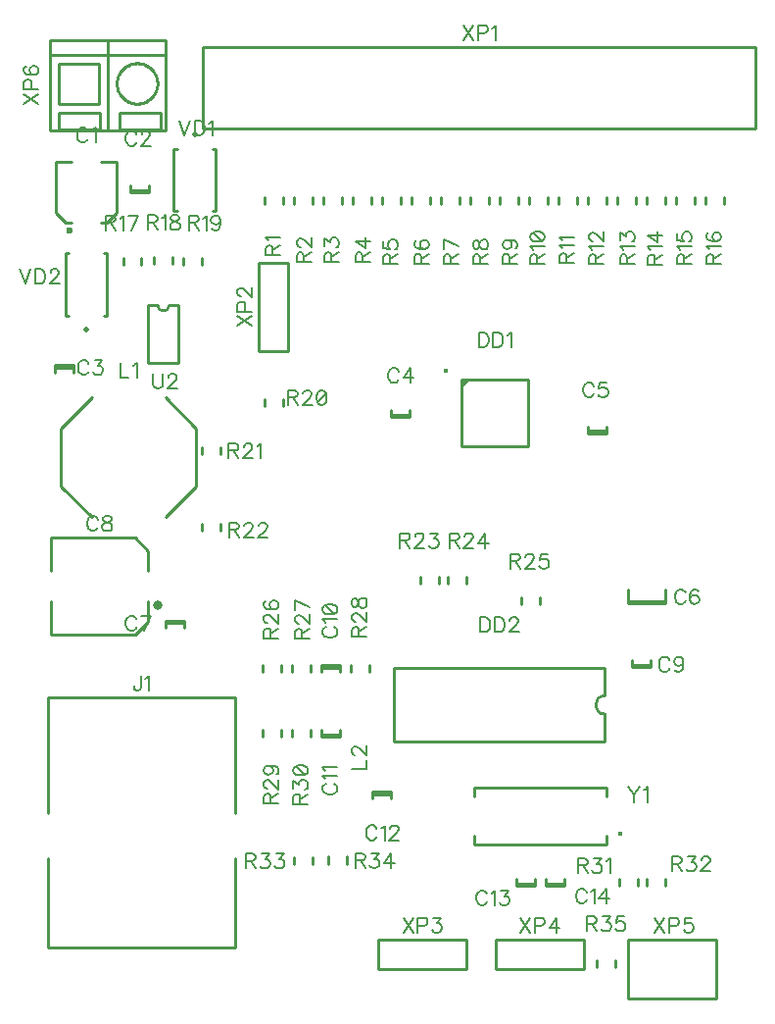
<source format=gbr>
G04 DipTrace 3.0.0.1*
G04 Top Silk.gbr*
%MOMM*%
G04 #@! TF.FileFunction,Legend,Top*
G04 #@! TF.Part,Single*
%ADD10C,0.25*%
%ADD20O,0.59996X0.59972*%
%ADD24O,0.79886X0.79964*%
%ADD26O,0.42016X0.41713*%
%ADD37O,0.50028X0.50008*%
%ADD44O,0.3915X0.39347*%
%ADD97C,0.19608*%
%FSLAX35Y35*%
G04*
G71*
G90*
G75*
G01*
G04 TopSilk*
%LPD*%
X671723Y-1526340D2*
D10*
X811749D1*
X671723D2*
Y-1971329D1*
X756735Y-2056333D2*
X671723Y-1971329D1*
X756735Y-2056333D2*
X811749D1*
X1061697Y-1526340D2*
X1201723D1*
Y-1971329D1*
X1116711Y-2056333D2*
X1201723Y-1971329D1*
X1061697Y-2056333D2*
X1116711D1*
D20*
X791715Y-2121334D3*
X1477117Y-1776157D2*
D10*
X1317277D1*
X1477117Y-1795077D2*
X1317277D1*
X1477117D2*
Y-1735237D1*
X1317277Y-1795077D2*
Y-1735237D1*
X666283Y-3304333D2*
X826123D1*
X666283Y-3285413D2*
X826123D1*
X666283D2*
Y-3345253D1*
X826123Y-3285413D2*
Y-3345253D1*
X3731170Y-3712750D2*
X3571330D1*
X3731170Y-3731670D2*
X3571330D1*
X3731170D2*
Y-3671830D1*
X3571330Y-3731670D2*
Y-3671830D1*
X5429797Y-3852750D2*
X5269957D1*
X5429797Y-3871670D2*
X5269957D1*
X5429797D2*
Y-3811830D1*
X5269957Y-3871670D2*
Y-3811830D1*
X5938640Y-5322999D2*
X5618360D1*
X5938640Y-5342081D2*
X5618360D1*
X5938640D2*
X5938504Y-5221847D1*
X5618360Y-5342081D2*
X5618496Y-5221847D1*
X1618883Y-5511190D2*
X1778723D1*
X1618883Y-5492270D2*
X1778723D1*
X1618883D2*
Y-5552110D1*
X1778723Y-5492270D2*
Y-5552110D1*
X1357845Y-5610770D2*
X633443D1*
X1471951Y-5496775D2*
X1357845Y-5610770D1*
Y-4772570D2*
X633443D1*
X1471951Y-4886565D2*
X1357845Y-4772570D1*
X1471951Y-5321675D2*
Y-5496775D1*
Y-4886565D2*
Y-5061665D1*
X633443Y-5321675D2*
Y-5610770D1*
Y-4772570D2*
Y-5061665D1*
D24*
X1552722Y-5351682D3*
X5810797Y-5871750D2*
D10*
X5650957D1*
X5810797Y-5890670D2*
X5650957D1*
X5810797D2*
Y-5830830D1*
X5650957Y-5890670D2*
Y-5830830D1*
X2968080Y-5894500D2*
X3127920D1*
X2968080Y-5875580D2*
X3127920D1*
X2968080D2*
Y-5935420D1*
X3127920Y-5875580D2*
Y-5935420D1*
Y-6469250D2*
X2968080D1*
X3127920Y-6488170D2*
X2968080D1*
X3127920D2*
Y-6428330D1*
X2968080Y-6488170D2*
Y-6428330D1*
X3412580Y-6987000D2*
X3572420D1*
X3412580Y-6968080D2*
X3572420D1*
X3412580D2*
Y-7027920D1*
X3572420Y-6968080D2*
Y-7027920D1*
X4811167Y-7761703D2*
X4651327D1*
X4811167Y-7780623D2*
X4651327D1*
X4811167D2*
Y-7720783D1*
X4651327Y-7780623D2*
Y-7720783D1*
X5065167Y-7761703D2*
X4905327D1*
X5065167Y-7780623D2*
X4905327D1*
X5065167D2*
Y-7720783D1*
X4905327Y-7780623D2*
Y-7720783D1*
X4178152Y-3408105D2*
X4758094D1*
Y-3988148D1*
X4178152D1*
Y-3408105D1*
D26*
X4046953Y-3329072D3*
G36*
X4178152Y-3408105D2*
Y-3488097D1*
X4258144Y-3408105D1*
X4178152D1*
G37*
X5418452Y-5896752D2*
D10*
X3598548D1*
X5418452Y-6536748D2*
X3598548D1*
Y-5896752D2*
Y-6536748D1*
X5418452Y-5896752D2*
Y-6136722D1*
Y-6296778D2*
Y-6536748D1*
Y-6136722D2*
G03X5418452Y-6296778I134J-80028D01*
G01*
X602930Y-8312487D2*
Y-7541583D1*
Y-7151487D2*
Y-6152487D1*
X2223024D1*
Y-7151487D1*
Y-7541583D2*
Y-8312487D1*
X602930D1*
X716887Y-3828143D2*
Y-4328111D1*
X985870Y-4597121D1*
X1886887Y-3828143D2*
Y-4328111D1*
X716887Y-3828143D2*
X985870Y-3559133D1*
X1886887Y-4328111D2*
X1617904Y-4597121D1*
X1886887Y-3828143D2*
X1617904Y-3559133D1*
X2635797Y-1890170D2*
Y-1830330D1*
X2475957Y-1890170D2*
Y-1830330D1*
X2889797Y-1890170D2*
Y-1830330D1*
X2729957Y-1890170D2*
Y-1830330D1*
X3143797Y-1890170D2*
Y-1830330D1*
X2983957Y-1890170D2*
Y-1830330D1*
X3397797Y-1890170D2*
Y-1830330D1*
X3237957Y-1890170D2*
Y-1830330D1*
X3651797Y-1890170D2*
Y-1830330D1*
X3491957Y-1890170D2*
Y-1830330D1*
X3905797Y-1890170D2*
Y-1830330D1*
X3745957Y-1890170D2*
Y-1830330D1*
X4159797Y-1890170D2*
Y-1830330D1*
X3999957Y-1890170D2*
Y-1830330D1*
X4413797Y-1890170D2*
Y-1830330D1*
X4253957Y-1890170D2*
Y-1830330D1*
X4667797Y-1890170D2*
Y-1830330D1*
X4507957Y-1890170D2*
Y-1830330D1*
X4921797Y-1890170D2*
Y-1830330D1*
X4761957Y-1890170D2*
Y-1830330D1*
X5175793Y-1890170D2*
Y-1830330D1*
X5015953Y-1890170D2*
Y-1830330D1*
X5429797Y-1890170D2*
Y-1830330D1*
X5269957Y-1890170D2*
Y-1830330D1*
X5683797Y-1890170D2*
Y-1830330D1*
X5523957Y-1890170D2*
Y-1830330D1*
X5937797Y-1890170D2*
Y-1830330D1*
X5777957Y-1890170D2*
Y-1830330D1*
X6191797Y-1890170D2*
Y-1830330D1*
X6031957Y-1890170D2*
Y-1830330D1*
X6445797Y-1890170D2*
Y-1830330D1*
X6285957Y-1890170D2*
Y-1830330D1*
X1413617Y-2414310D2*
Y-2354470D1*
X1253777Y-2414310D2*
Y-2354470D1*
X1680613Y-2411433D2*
Y-2351593D1*
X1520773Y-2411433D2*
Y-2351593D1*
X1937490Y-2414310D2*
Y-2354470D1*
X1777650Y-2414310D2*
Y-2354470D1*
X2635793Y-3636420D2*
Y-3576580D1*
X2475953Y-3636420D2*
Y-3576580D1*
X2096047Y-4049170D2*
Y-3989330D1*
X1936207Y-4049170D2*
Y-3989330D1*
X2096047Y-4715920D2*
Y-4656080D1*
X1936207Y-4715920D2*
Y-4656080D1*
X3825330Y-5113580D2*
Y-5173420D1*
X3985170Y-5113580D2*
Y-5173420D1*
X4223293D2*
Y-5113580D1*
X4063453Y-5173420D2*
Y-5113580D1*
X4858293Y-5350920D2*
Y-5291080D1*
X4698453Y-5350920D2*
Y-5291080D1*
X2460080Y-5875580D2*
Y-5935420D1*
X2619920Y-5875580D2*
Y-5935420D1*
X2714080Y-5875580D2*
Y-5935420D1*
X2873920Y-5875580D2*
Y-5935420D1*
X3381920D2*
Y-5875580D1*
X3222080Y-5935420D2*
Y-5875580D1*
X2619920Y-6491047D2*
Y-6431207D1*
X2460080Y-6491047D2*
Y-6431207D1*
X2873920Y-6491047D2*
Y-6431207D1*
X2714080Y-6491047D2*
Y-6431207D1*
X5539830Y-7714207D2*
Y-7774047D1*
X5699670Y-7714207D2*
Y-7774047D1*
X5777957Y-7714207D2*
Y-7774047D1*
X5937797Y-7714207D2*
Y-7774047D1*
X2890090Y-7590103D2*
Y-7530263D1*
X2730250Y-7590103D2*
Y-7530263D1*
X3188857Y-7587213D2*
Y-7527373D1*
X3029017Y-7587213D2*
Y-7527373D1*
X5509740Y-8479197D2*
Y-8419357D1*
X5349900Y-8479197D2*
Y-8419357D1*
X1473622Y-2766542D2*
Y-3266552D1*
X1733658Y-2766542D2*
Y-3266552D1*
X1473622D2*
X1733658D1*
X1553616Y-2766542D2*
X1473622D1*
X1653664D2*
X1733658D1*
X1553616D2*
G03X1653664Y-2766542I50024J23D01*
G01*
X1720429Y-1955657D2*
X1692447D1*
X2026464D2*
X2054447D1*
X1720429Y-1415677D2*
X1692447D1*
Y-1955657D1*
X2026464Y-1415677D2*
X2054447D1*
D37*
X1873447Y-1290657D3*
X2054447Y-1415677D2*
D10*
Y-1955657D1*
X1089741Y-2315166D2*
X1117723D1*
X783706D2*
X755723D1*
X1089741Y-2855146D2*
X1117723D1*
Y-2315166D1*
X783706Y-2855146D2*
X755723D1*
D37*
X936723Y-2980166D3*
X755723Y-2855146D2*
D10*
Y-2315166D1*
X1946273Y-535900D2*
X6721473D1*
Y-1242020D1*
X1946273D1*
Y-535900D1*
X2428873Y-2397123D2*
X2682873D1*
Y-3159123D1*
X2428873D2*
X2682873D1*
X2428873Y-2397123D2*
Y-3159123D1*
X3461180Y-8494003D2*
Y-8240003D1*
X4223180D1*
Y-8494003D2*
Y-8240003D1*
X3461180Y-8494003D2*
X4223180D1*
X4477233D2*
Y-8240003D1*
X5239233D1*
Y-8494003D2*
Y-8240003D1*
X4477233Y-8494003D2*
X5239233D1*
X6382407Y-8748003D2*
X5620407D1*
Y-8240003D1*
X6382407D1*
Y-8748003D1*
X623127Y-482250D2*
X1623127D1*
Y-1257250D1*
X623127D1*
Y-482250D1*
X700527Y-1102482D2*
X1050527D1*
Y-1252522D1*
X700527D1*
Y-1102482D1*
X1225527D2*
X1575527D1*
Y-1252522D1*
X1225527D1*
Y-1102482D1*
X1200527Y-852467D2*
X1200953Y-840260D1*
X1202230Y-828113D1*
X1204351Y-816084D1*
X1207306Y-804232D1*
X1211080Y-792616D1*
X1215656Y-781291D1*
X1221011Y-770312D1*
X1227118Y-759734D1*
X1233949Y-749608D1*
X1241469Y-739983D1*
X1249642Y-730906D1*
X1258429Y-722421D1*
X1267786Y-714570D1*
X1277668Y-707390D1*
X1288027Y-700917D1*
X1298812Y-695183D1*
X1309971Y-690215D1*
X1321449Y-686037D1*
X1333190Y-682671D1*
X1345138Y-680131D1*
X1357234Y-678431D1*
X1369419Y-677579D1*
X1381634D1*
X1393819Y-678431D1*
X1405915Y-680131D1*
X1417863Y-682671D1*
X1429605Y-686037D1*
X1441083Y-690215D1*
X1452242Y-695183D1*
X1463027Y-700917D1*
X1473385Y-707390D1*
X1483267Y-714570D1*
X1492625Y-722421D1*
X1501411Y-730906D1*
X1509584Y-739983D1*
X1517105Y-749608D1*
X1523935Y-759734D1*
X1530042Y-770312D1*
X1535397Y-781291D1*
X1539973Y-792616D1*
X1543747Y-804232D1*
X1546702Y-816084D1*
X1548824Y-828113D1*
X1550100Y-840260D1*
X1550527Y-852467D1*
X1550100Y-864675D1*
X1548824Y-876822D1*
X1546702Y-888851D1*
X1543747Y-900703D1*
X1539973Y-912319D1*
X1535397Y-923644D1*
X1530042Y-934623D1*
X1523935Y-945201D1*
X1517105Y-955327D1*
X1509584Y-964952D1*
X1501411Y-974029D1*
X1492625Y-982514D1*
X1483267Y-990365D1*
X1473385Y-997545D1*
X1463027Y-1004018D1*
X1452242Y-1009752D1*
X1441083Y-1014720D1*
X1429605Y-1018898D1*
X1417863Y-1022264D1*
X1405915Y-1024804D1*
X1393819Y-1026504D1*
X1381634Y-1027356D1*
X1369419D1*
X1357234Y-1026504D1*
X1345138Y-1024804D1*
X1333190Y-1022264D1*
X1321449Y-1018898D1*
X1309971Y-1014720D1*
X1298812Y-1009752D1*
X1288027Y-1004018D1*
X1277668Y-997545D1*
X1267786Y-990365D1*
X1258429Y-982514D1*
X1249642Y-974029D1*
X1241469Y-964952D1*
X1233949Y-955327D1*
X1227118Y-945201D1*
X1221011Y-934623D1*
X1215656Y-923644D1*
X1211080Y-912319D1*
X1207306Y-900703D1*
X1204351Y-888851D1*
X1202230Y-876822D1*
X1200953Y-864675D1*
X1200527Y-852467D1*
X698127Y-682277D2*
X1048127D1*
Y-1032267D1*
X698127D1*
Y-682277D1*
X1123127Y-482250D2*
Y-1257250D1*
X623127Y-607257D2*
X1623127D1*
D44*
X5553725Y-7331737D3*
X5429000Y-7345530D2*
D10*
Y-7420500D1*
X4289000Y-6930500D2*
Y-7005470D1*
X5429000Y-6930500D2*
X4289000D1*
X5429000D2*
Y-7005470D1*
X4289000Y-7345530D2*
Y-7420500D1*
X5429000D2*
X4289000D1*
X947439Y-1263173D2*
D97*
X941402Y-1251100D1*
X929189Y-1238887D1*
X917115Y-1232850D1*
X892829D1*
X880615Y-1238887D1*
X868542Y-1251100D1*
X862365Y-1263173D1*
X856329Y-1281423D1*
Y-1311887D1*
X862365Y-1329996D1*
X868542Y-1342210D1*
X880615Y-1354283D1*
X892829Y-1360460D1*
X917115D1*
X929189Y-1354283D1*
X941402Y-1342210D1*
X947439Y-1329996D1*
X986654Y-1257277D2*
X998868Y-1251100D1*
X1017118Y-1232990D1*
Y-1360460D1*
X1369990Y-1291960D2*
X1363954Y-1279887D1*
X1351740Y-1267673D1*
X1339667Y-1261637D1*
X1315381D1*
X1303167Y-1267673D1*
X1291094Y-1279887D1*
X1284917Y-1291960D1*
X1278881Y-1310210D1*
Y-1340673D1*
X1284917Y-1358783D1*
X1291094Y-1370996D1*
X1303167Y-1383069D1*
X1315381Y-1389246D1*
X1339667D1*
X1351740Y-1383069D1*
X1363954Y-1370996D1*
X1369990Y-1358783D1*
X1415383Y-1292100D2*
Y-1286064D1*
X1421420Y-1273850D1*
X1427456Y-1267814D1*
X1439670Y-1261777D1*
X1463956D1*
X1476029Y-1267814D1*
X1482066Y-1273850D1*
X1488243Y-1286064D1*
Y-1298137D1*
X1482066Y-1310350D1*
X1469993Y-1328460D1*
X1409206Y-1389246D1*
X1494279D1*
X957114Y-3270793D2*
X951077Y-3258720D1*
X938864Y-3246507D1*
X926791Y-3240470D1*
X902504D1*
X890291Y-3246507D1*
X878218Y-3258720D1*
X872041Y-3270793D1*
X866004Y-3289043D1*
Y-3319507D1*
X872041Y-3337616D1*
X878218Y-3349830D1*
X890291Y-3361903D1*
X902504Y-3368080D1*
X926791D1*
X938864Y-3361903D1*
X951077Y-3349830D1*
X957114Y-3337616D1*
X1008543Y-3240610D2*
X1075226D1*
X1038866Y-3289184D1*
X1057116D1*
X1069189Y-3295220D1*
X1075226Y-3301257D1*
X1081403Y-3319507D1*
Y-3331580D1*
X1075226Y-3349830D1*
X1063153Y-3362043D1*
X1044903Y-3368080D1*
X1026653D1*
X1008543Y-3362043D1*
X1002506Y-3355866D1*
X996329Y-3343793D1*
X3636892Y-3339713D2*
X3630856Y-3327640D1*
X3618642Y-3315427D1*
X3606569Y-3309390D1*
X3582283D1*
X3570069Y-3315427D1*
X3557996Y-3327640D1*
X3551819Y-3339713D1*
X3545783Y-3357963D1*
Y-3388427D1*
X3551819Y-3406536D1*
X3557996Y-3418750D1*
X3570069Y-3430823D1*
X3582283Y-3437000D1*
X3606569D1*
X3618642Y-3430823D1*
X3630856Y-3418750D1*
X3636892Y-3406536D1*
X3736894Y-3437000D2*
Y-3309530D1*
X3676108Y-3394463D1*
X3767217D1*
X5322660Y-3463836D2*
X5316624Y-3451763D1*
X5304410Y-3439550D1*
X5292337Y-3433513D1*
X5268051D1*
X5255837Y-3439550D1*
X5243764Y-3451763D1*
X5237587Y-3463836D1*
X5231551Y-3482086D1*
Y-3512550D1*
X5237587Y-3530660D1*
X5243764Y-3542873D1*
X5255837Y-3554946D1*
X5268051Y-3561123D1*
X5292337D1*
X5304410Y-3554946D1*
X5316624Y-3542873D1*
X5322660Y-3530660D1*
X5434736Y-3433654D2*
X5374090D1*
X5368053Y-3488263D1*
X5374090Y-3482227D1*
X5392340Y-3476050D1*
X5410449D1*
X5428699Y-3482227D1*
X5440913Y-3494300D1*
X5446949Y-3512550D1*
Y-3524623D1*
X5440913Y-3542873D1*
X5428699Y-3555086D1*
X5410449Y-3561123D1*
X5392340D1*
X5374090Y-3555086D1*
X5368053Y-3548910D1*
X5361876Y-3536836D1*
X6114286Y-5249006D2*
X6108249Y-5236933D1*
X6096036Y-5224720D1*
X6083962Y-5218683D1*
X6059676D1*
X6047462Y-5224720D1*
X6035389Y-5236933D1*
X6029212Y-5249006D1*
X6023176Y-5267256D1*
Y-5297720D1*
X6029212Y-5315830D1*
X6035389Y-5328043D1*
X6047462Y-5340116D1*
X6059676Y-5346293D1*
X6083962D1*
X6096036Y-5340116D1*
X6108249Y-5328043D1*
X6114286Y-5315830D1*
X6226361Y-5236933D2*
X6220324Y-5224860D1*
X6202074Y-5218824D1*
X6190001D1*
X6171751Y-5224860D1*
X6159538Y-5243110D1*
X6153501Y-5273433D1*
Y-5303756D1*
X6159538Y-5328043D1*
X6171751Y-5340256D1*
X6190001Y-5346293D1*
X6196038D1*
X6214147Y-5340256D1*
X6226361Y-5328043D1*
X6232397Y-5309793D1*
Y-5303756D1*
X6226361Y-5285506D1*
X6214147Y-5273433D1*
X6196038Y-5267397D1*
X6190001D1*
X6171751Y-5273433D1*
X6159538Y-5285506D1*
X6153501Y-5303756D1*
X1369940Y-5477663D2*
X1363904Y-5465590D1*
X1351690Y-5453377D1*
X1339617Y-5447340D1*
X1315331D1*
X1303117Y-5453377D1*
X1291044Y-5465590D1*
X1284867Y-5477663D1*
X1278831Y-5495913D1*
Y-5526377D1*
X1284867Y-5544486D1*
X1291044Y-5556700D1*
X1303117Y-5568773D1*
X1315331Y-5574950D1*
X1339617D1*
X1351690Y-5568773D1*
X1363904Y-5556700D1*
X1369940Y-5544486D1*
X1433443Y-5574950D2*
X1494229Y-5447480D1*
X1409156D1*
X1036177Y-4616906D2*
X1030141Y-4604833D1*
X1017927Y-4592620D1*
X1005854Y-4586583D1*
X981568D1*
X969354Y-4592620D1*
X957281Y-4604833D1*
X951104Y-4616906D1*
X945068Y-4635156D1*
Y-4665620D1*
X951104Y-4683730D1*
X957281Y-4695943D1*
X969354Y-4708016D1*
X981568Y-4714193D1*
X1005854D1*
X1017927Y-4708016D1*
X1030141Y-4695943D1*
X1036177Y-4683730D1*
X1105716Y-4586724D2*
X1087606Y-4592760D1*
X1081430Y-4604833D1*
Y-4617047D1*
X1087606Y-4629120D1*
X1099680Y-4635297D1*
X1123966Y-4641333D1*
X1142216Y-4647370D1*
X1154289Y-4659583D1*
X1160326Y-4671656D1*
Y-4689906D1*
X1154289Y-4701980D1*
X1148253Y-4708156D1*
X1130003Y-4714193D1*
X1105716D1*
X1087606Y-4708156D1*
X1081430Y-4701980D1*
X1075393Y-4689906D1*
Y-4671656D1*
X1081430Y-4659583D1*
X1093643Y-4647370D1*
X1111753Y-4641333D1*
X1136039Y-4635297D1*
X1148253Y-4629120D1*
X1154289Y-4617047D1*
Y-4604833D1*
X1148253Y-4592760D1*
X1130003Y-4586724D1*
X1105716D1*
X5976592Y-5832100D2*
X5970555Y-5820027D1*
X5958342Y-5807813D1*
X5946269Y-5801777D1*
X5921982D1*
X5909769Y-5807813D1*
X5897696Y-5820027D1*
X5891519Y-5832100D1*
X5885482Y-5850350D1*
Y-5880813D1*
X5891519Y-5898923D1*
X5897696Y-5911136D1*
X5909769Y-5923209D1*
X5921982Y-5929386D1*
X5946269D1*
X5958342Y-5923209D1*
X5970555Y-5911136D1*
X5976592Y-5898923D1*
X6094844Y-5844313D2*
X6088667Y-5862563D1*
X6076594Y-5874777D1*
X6058344Y-5880813D1*
X6052308D1*
X6034058Y-5874777D1*
X6021985Y-5862563D1*
X6015808Y-5844313D1*
Y-5838277D1*
X6021985Y-5820027D1*
X6034058Y-5807954D1*
X6052308Y-5801917D1*
X6058344D1*
X6076594Y-5807954D1*
X6088667Y-5820027D1*
X6094844Y-5844313D1*
Y-5874777D1*
X6088667Y-5905100D1*
X6076594Y-5923350D1*
X6058344Y-5929386D1*
X6046271D1*
X6028021Y-5923350D1*
X6021985Y-5911136D1*
X3008710Y-5544179D2*
X2996637Y-5550215D1*
X2984423Y-5562429D1*
X2978387Y-5574502D1*
Y-5598788D1*
X2984423Y-5611002D1*
X2996637Y-5623075D1*
X3008710Y-5629252D1*
X3026960Y-5635288D1*
X3057423D1*
X3075533Y-5629252D1*
X3087746Y-5623075D1*
X3099820Y-5611002D1*
X3105996Y-5598789D1*
Y-5574502D1*
X3099820Y-5562429D1*
X3087746Y-5550216D1*
X3075533Y-5544179D1*
X3002814Y-5504963D2*
X2996637Y-5492750D1*
X2978527Y-5474500D1*
X3105996D1*
X2978527Y-5398784D2*
X2984564Y-5417034D1*
X3002814Y-5429248D1*
X3033137Y-5435284D1*
X3051387D1*
X3081710Y-5429248D1*
X3099960Y-5417034D1*
X3105996Y-5398784D1*
Y-5386711D1*
X3099960Y-5368461D1*
X3081710Y-5356388D1*
X3051387Y-5350211D1*
X3033137D1*
X3002814Y-5356388D1*
X2984564Y-5368461D1*
X2978527Y-5386711D1*
Y-5398784D1*
X3002814Y-5356388D2*
X3081710Y-5429248D1*
X3008710Y-6895124D2*
X2996637Y-6901161D1*
X2984423Y-6913374D1*
X2978387Y-6925447D1*
Y-6949734D1*
X2984423Y-6961947D1*
X2996637Y-6974020D1*
X3008710Y-6980197D1*
X3026960Y-6986234D1*
X3057423D1*
X3075533Y-6980197D1*
X3087746Y-6974020D1*
X3099820Y-6961947D1*
X3105996Y-6949734D1*
Y-6925447D1*
X3099820Y-6913374D1*
X3087746Y-6901161D1*
X3075533Y-6895124D1*
X3002814Y-6855908D2*
X2996637Y-6843695D1*
X2978527Y-6825445D1*
X3105996D1*
X3002814Y-6786229D2*
X2996637Y-6774016D1*
X2978527Y-6755766D1*
X3105996D1*
X3446321Y-7286836D2*
X3440284Y-7274763D1*
X3428071Y-7262550D1*
X3415998Y-7256513D1*
X3391711D1*
X3379498Y-7262550D1*
X3367425Y-7274763D1*
X3361248Y-7286836D1*
X3355211Y-7305086D1*
Y-7335550D1*
X3361248Y-7353660D1*
X3367425Y-7365873D1*
X3379498Y-7377946D1*
X3391711Y-7384123D1*
X3415998D1*
X3428071Y-7377946D1*
X3440284Y-7365873D1*
X3446321Y-7353660D1*
X3485537Y-7280940D2*
X3497750Y-7274763D1*
X3516000Y-7256654D1*
Y-7384123D1*
X3561393Y-7286977D2*
Y-7280940D1*
X3567429Y-7268727D1*
X3573466Y-7262690D1*
X3585679Y-7256654D1*
X3609966D1*
X3622039Y-7262690D1*
X3628075Y-7268727D1*
X3634252Y-7280940D1*
Y-7293013D1*
X3628075Y-7305227D1*
X3616002Y-7323336D1*
X3555216Y-7384123D1*
X3640289D1*
X4399318Y-7849040D2*
X4393281Y-7836967D1*
X4381068Y-7824753D1*
X4368994Y-7818717D1*
X4344708D1*
X4332494Y-7824753D1*
X4320421Y-7836967D1*
X4314244Y-7849040D1*
X4308208Y-7867290D1*
Y-7897753D1*
X4314244Y-7915863D1*
X4320421Y-7928076D1*
X4332494Y-7940149D1*
X4344708Y-7946326D1*
X4368994D1*
X4381068Y-7940149D1*
X4393281Y-7928076D1*
X4399318Y-7915863D1*
X4438533Y-7843144D2*
X4450747Y-7836967D1*
X4468997Y-7818857D1*
Y-7946326D1*
X4520426Y-7818857D2*
X4587109D1*
X4550749Y-7867430D1*
X4568999D1*
X4581072Y-7873467D1*
X4587109Y-7879503D1*
X4593285Y-7897753D1*
Y-7909826D1*
X4587109Y-7928076D1*
X4575035Y-7940290D1*
X4556785Y-7946326D1*
X4538535D1*
X4520426Y-7940290D1*
X4514389Y-7934113D1*
X4508212Y-7922040D1*
X5258946Y-7833163D2*
X5252909Y-7821090D1*
X5240696Y-7808877D1*
X5228623Y-7802840D1*
X5204336D1*
X5192123Y-7808877D1*
X5180050Y-7821090D1*
X5173873Y-7833163D1*
X5167836Y-7851413D1*
Y-7881877D1*
X5173873Y-7899986D1*
X5180050Y-7912200D1*
X5192123Y-7924273D1*
X5204336Y-7930450D1*
X5228623D1*
X5240696Y-7924273D1*
X5252909Y-7912200D1*
X5258946Y-7899986D1*
X5298162Y-7827267D2*
X5310375Y-7821090D1*
X5328625Y-7802980D1*
Y-7930450D1*
X5428627D2*
Y-7802980D1*
X5367841Y-7887913D1*
X5458950D1*
X4328603Y-3002140D2*
Y-3129750D1*
X4371139D1*
X4389389Y-3123573D1*
X4401603Y-3111500D1*
X4407639Y-3099286D1*
X4413676Y-3081177D1*
Y-3050713D1*
X4407639Y-3032463D1*
X4401603Y-3020390D1*
X4389389Y-3008177D1*
X4371139Y-3002140D1*
X4328603D1*
X4452892D2*
Y-3129750D1*
X4495428D1*
X4513678Y-3123573D1*
X4525892Y-3111500D1*
X4531928Y-3099286D1*
X4537965Y-3081177D1*
Y-3050713D1*
X4531928Y-3032463D1*
X4525892Y-3020390D1*
X4513678Y-3008177D1*
X4495428Y-3002140D1*
X4452892D1*
X4577180Y-3026567D2*
X4589394Y-3020390D1*
X4607644Y-3002280D1*
Y-3129750D1*
X4341675Y-5460763D2*
Y-5588373D1*
X4384211D1*
X4402461Y-5582196D1*
X4414675Y-5570123D1*
X4420711Y-5557910D1*
X4426748Y-5539800D1*
Y-5509336D1*
X4420711Y-5491086D1*
X4414675Y-5479013D1*
X4402461Y-5466800D1*
X4384211Y-5460763D1*
X4341675D1*
X4465963D2*
Y-5588373D1*
X4508500D1*
X4526750Y-5582196D1*
X4538963Y-5570123D1*
X4545000Y-5557910D1*
X4551037Y-5539800D1*
Y-5509336D1*
X4545000Y-5491086D1*
X4538963Y-5479013D1*
X4526750Y-5466800D1*
X4508500Y-5460763D1*
X4465963D1*
X4596429Y-5491227D2*
Y-5485190D1*
X4602466Y-5472977D1*
X4608502Y-5466940D1*
X4620716Y-5460904D1*
X4645002D1*
X4657075Y-5466940D1*
X4663112Y-5472977D1*
X4669289Y-5485190D1*
Y-5497263D1*
X4663112Y-5509477D1*
X4651039Y-5527586D1*
X4590252Y-5588373D1*
X4675325D1*
X1408530Y-5966500D2*
Y-6063646D1*
X1402494Y-6081896D1*
X1396317Y-6087933D1*
X1384244Y-6094110D1*
X1372030D1*
X1359957Y-6087933D1*
X1353921Y-6081896D1*
X1347744Y-6063646D1*
Y-6051573D1*
X1447746Y-5990927D2*
X1459960Y-5984750D1*
X1478210Y-5966640D1*
Y-6094110D1*
X1230617Y-3262140D2*
Y-3389750D1*
X1303477D1*
X1342693Y-3286567D2*
X1354906Y-3280390D1*
X1373156Y-3262280D1*
Y-3389750D1*
X3229013Y-6766074D2*
X3356623D1*
Y-6693214D1*
X3259477Y-6647822D2*
X3253440D1*
X3241227Y-6641785D1*
X3235190Y-6635749D1*
X3229154Y-6623535D1*
Y-6599249D1*
X3235190Y-6587176D1*
X3241227Y-6581139D1*
X3253440Y-6574962D1*
X3265514D1*
X3277727Y-6581139D1*
X3295837Y-6593212D1*
X3356623Y-6653999D1*
Y-6568926D1*
X2547050Y-2334502D2*
Y-2279893D1*
X2540873Y-2261643D1*
X2534837Y-2255466D1*
X2522764Y-2249429D1*
X2510550D1*
X2498477Y-2255466D1*
X2492300Y-2261643D1*
X2486263Y-2279893D1*
Y-2334502D1*
X2613873D1*
X2547050Y-2291966D2*
X2613873Y-2249430D1*
X2510690Y-2210214D2*
X2504514Y-2198000D1*
X2486404Y-2179750D1*
X2613873Y-2179751D1*
X2816927Y-2393557D2*
Y-2338948D1*
X2810750Y-2320698D1*
X2804713Y-2314521D1*
X2792640Y-2308484D1*
X2780427D1*
X2768354Y-2314521D1*
X2762177Y-2320698D1*
X2756140Y-2338948D1*
Y-2393557D1*
X2883750D1*
X2816927Y-2351021D2*
X2883750Y-2308484D1*
X2786604Y-2263092D2*
X2780567D1*
X2768354Y-2257055D1*
X2762317Y-2251019D1*
X2756281Y-2238805D1*
Y-2214519D1*
X2762317Y-2202446D1*
X2768354Y-2196409D1*
X2780567Y-2190232D1*
X2792640D1*
X2804854Y-2196409D1*
X2822963Y-2208482D1*
X2883750Y-2269269D1*
Y-2184196D1*
X3055050Y-2393557D2*
Y-2338948D1*
X3048873Y-2320698D1*
X3042837Y-2314521D1*
X3030764Y-2308484D1*
X3018550D1*
X3006477Y-2314521D1*
X3000300Y-2320698D1*
X2994263Y-2338948D1*
Y-2393557D1*
X3121873D1*
X3055050Y-2351021D2*
X3121873Y-2308484D1*
X2994404Y-2257055D2*
Y-2190373D1*
X3042977Y-2226732D1*
Y-2208482D1*
X3049014Y-2196409D1*
X3055050Y-2190373D1*
X3073300Y-2184196D1*
X3085373D1*
X3103623Y-2190373D1*
X3115837Y-2202446D1*
X3121873Y-2220696D1*
Y-2238946D1*
X3115837Y-2257055D1*
X3109660Y-2263092D1*
X3097587Y-2269269D1*
X3324927Y-2396576D2*
Y-2341966D1*
X3318750Y-2323716D1*
X3312713Y-2317539D1*
X3300640Y-2311503D1*
X3288427D1*
X3276354Y-2317539D1*
X3270177Y-2323716D1*
X3264140Y-2341966D1*
Y-2396576D1*
X3391750D1*
X3324927Y-2354039D2*
X3391750Y-2311503D1*
Y-2211501D2*
X3264281Y-2211500D1*
X3349213Y-2272287D1*
Y-2181177D1*
X3563053Y-2409431D2*
Y-2354821D1*
X3556876Y-2336571D1*
X3550840Y-2330394D1*
X3538767Y-2324358D1*
X3526553D1*
X3514480Y-2330394D1*
X3508303Y-2336571D1*
X3502267Y-2354821D1*
Y-2409431D1*
X3629876D1*
X3563053Y-2366894D2*
X3629876Y-2324358D1*
X3502407Y-2212282D2*
Y-2272928D1*
X3557017Y-2278965D1*
X3550980Y-2272929D1*
X3544803Y-2254679D1*
Y-2236569D1*
X3550980Y-2218319D1*
X3563053Y-2206106D1*
X3581303Y-2200069D1*
X3593376D1*
X3611626Y-2206106D1*
X3623840Y-2218319D1*
X3629876Y-2236569D1*
Y-2254679D1*
X3623840Y-2272929D1*
X3617663Y-2278965D1*
X3605590Y-2285142D1*
X3832927Y-2406342D2*
Y-2351733D1*
X3826750Y-2333483D1*
X3820713Y-2327306D1*
X3808640Y-2321269D1*
X3796427D1*
X3784354Y-2327306D1*
X3778177Y-2333483D1*
X3772140Y-2351733D1*
Y-2406342D1*
X3899750D1*
X3832927Y-2363806D2*
X3899750Y-2321269D1*
X3790390Y-2209194D2*
X3778317Y-2215230D1*
X3772281Y-2233480D1*
Y-2245554D1*
X3778317Y-2263803D1*
X3796567Y-2276017D1*
X3826890Y-2282054D1*
X3857213D1*
X3881500Y-2276017D1*
X3893713Y-2263804D1*
X3899750Y-2245554D1*
Y-2239517D1*
X3893713Y-2221408D1*
X3881500Y-2209194D1*
X3863250Y-2203157D1*
X3857213D1*
X3838963Y-2209194D1*
X3826890Y-2221407D1*
X3820854Y-2239517D1*
Y-2245554D1*
X3826890Y-2263804D1*
X3838963Y-2276017D1*
X3857213Y-2282054D1*
X4086927Y-2409431D2*
Y-2354821D1*
X4080750Y-2336571D1*
X4074713Y-2330394D1*
X4062640Y-2324358D1*
X4050427D1*
X4038354Y-2330394D1*
X4032177Y-2336571D1*
X4026140Y-2354821D1*
Y-2409431D1*
X4153750D1*
X4086927Y-2366894D2*
X4153750Y-2324358D1*
Y-2260856D2*
X4026281Y-2200069D1*
Y-2285142D1*
X4340927Y-2409360D2*
Y-2354751D1*
X4334750Y-2336501D1*
X4328713Y-2330324D1*
X4316640Y-2324287D1*
X4304427D1*
X4292354Y-2330324D1*
X4286177Y-2336501D1*
X4280140Y-2354751D1*
Y-2409360D1*
X4407750D1*
X4340927Y-2366824D2*
X4407750Y-2324288D1*
X4280281Y-2254749D2*
X4286317Y-2272858D1*
X4298390Y-2279035D1*
X4310604D1*
X4322677Y-2272858D1*
X4328854Y-2260785D1*
X4334890Y-2236499D1*
X4340927Y-2218249D1*
X4353140Y-2206176D1*
X4365213Y-2200139D1*
X4383463D1*
X4395536Y-2206176D1*
X4401713Y-2212212D1*
X4407750Y-2230462D1*
Y-2254749D1*
X4401713Y-2272858D1*
X4395536Y-2279035D1*
X4383463Y-2285072D1*
X4365213D1*
X4353140Y-2279035D1*
X4340927Y-2266822D1*
X4334890Y-2248712D1*
X4328854Y-2224426D1*
X4322677Y-2212212D1*
X4310604Y-2206176D1*
X4298390D1*
X4286317Y-2212212D1*
X4280281Y-2230462D1*
Y-2254749D1*
X4594927Y-2406412D2*
Y-2351803D1*
X4588750Y-2333553D1*
X4582713Y-2327376D1*
X4570640Y-2321339D1*
X4558427D1*
X4546354Y-2327376D1*
X4540177Y-2333553D1*
X4534140Y-2351803D1*
Y-2406412D1*
X4661750D1*
X4594927Y-2363876D2*
X4661750Y-2321339D1*
X4576677Y-2203087D2*
X4594927Y-2209264D1*
X4607140Y-2221337D1*
X4613177Y-2239587D1*
Y-2245624D1*
X4607140Y-2263874D1*
X4594927Y-2275947D1*
X4576677Y-2282124D1*
X4570640D1*
X4552390Y-2275947D1*
X4540317Y-2263874D1*
X4534281Y-2245624D1*
Y-2239587D1*
X4540317Y-2221337D1*
X4552390Y-2209264D1*
X4576677Y-2203087D1*
X4607140D1*
X4637463Y-2209264D1*
X4655713Y-2221337D1*
X4661750Y-2239587D1*
Y-2251660D1*
X4655713Y-2269910D1*
X4643500Y-2275947D1*
X4833053Y-2412520D2*
Y-2357911D1*
X4826876Y-2339661D1*
X4820840Y-2333484D1*
X4808767Y-2327447D1*
X4796553D1*
X4784480Y-2333484D1*
X4778303Y-2339661D1*
X4772267Y-2357911D1*
Y-2412520D1*
X4899876D1*
X4833053Y-2369984D2*
X4899876Y-2327447D1*
X4796694Y-2288232D2*
X4790517Y-2276018D1*
X4772407Y-2257768D1*
X4899876D1*
X4772407Y-2182052D2*
X4778444Y-2200302D1*
X4796694Y-2212516D1*
X4827017Y-2218552D1*
X4845267Y-2218553D1*
X4875590Y-2212516D1*
X4893840Y-2200303D1*
X4899876Y-2182053D1*
Y-2169979D1*
X4893840Y-2151729D1*
X4875590Y-2139656D1*
X4845267Y-2133479D1*
X4827017D1*
X4796694Y-2139656D1*
X4778444Y-2151729D1*
X4772407Y-2169979D1*
Y-2182052D1*
X4796694Y-2139656D2*
X4875590Y-2212516D1*
X5087070Y-2401135D2*
Y-2346526D1*
X5080893Y-2328276D1*
X5074857Y-2322099D1*
X5062784Y-2316062D1*
X5050570D1*
X5038497Y-2322099D1*
X5032320Y-2328276D1*
X5026283Y-2346526D1*
Y-2401135D1*
X5153893D1*
X5087070Y-2358599D2*
X5153893Y-2316063D1*
X5050710Y-2276847D2*
X5044534Y-2264633D1*
X5026424Y-2246383D1*
X5153893D1*
X5050710Y-2207168D2*
X5044534Y-2194954D1*
X5026424Y-2176704D1*
X5153893D1*
X5341073Y-2412563D2*
Y-2357954D1*
X5334896Y-2339704D1*
X5328860Y-2333527D1*
X5316787Y-2327491D1*
X5304573Y-2327490D1*
X5292500Y-2333527D1*
X5286323Y-2339704D1*
X5280287Y-2357954D1*
Y-2412563D1*
X5407896D1*
X5341073Y-2370027D2*
X5407896Y-2327491D1*
X5304714Y-2288275D2*
X5298537Y-2276061D1*
X5280427Y-2257811D1*
X5407896Y-2257812D1*
X5310750Y-2212419D2*
X5304714D1*
X5292500Y-2206382D1*
X5286464Y-2200346D1*
X5280427Y-2188132D1*
Y-2163846D1*
X5286464Y-2151773D1*
X5292500Y-2145736D1*
X5304714Y-2139559D1*
X5316787D1*
X5329000Y-2145736D1*
X5347110Y-2157809D1*
X5407896Y-2218596D1*
Y-2133523D1*
X5610950Y-2412563D2*
Y-2357954D1*
X5604773Y-2339704D1*
X5598737Y-2333527D1*
X5586664Y-2327491D1*
X5574450Y-2327490D1*
X5562377Y-2333527D1*
X5556200Y-2339704D1*
X5550163Y-2357954D1*
Y-2412563D1*
X5677773D1*
X5610950Y-2370027D2*
X5677773Y-2327491D1*
X5574590Y-2288275D2*
X5568414Y-2276061D1*
X5550304Y-2257811D1*
X5677773Y-2257812D1*
X5550304Y-2206382D2*
Y-2139700D1*
X5598877Y-2176059D1*
Y-2157809D1*
X5604914Y-2145736D1*
X5610950Y-2139700D1*
X5629200Y-2133523D1*
X5641273D1*
X5659523Y-2139700D1*
X5671737Y-2151773D1*
X5677773Y-2170023D1*
Y-2188273D1*
X5671737Y-2206382D1*
X5665560Y-2212419D1*
X5653487Y-2218596D1*
X5849073Y-2415582D2*
Y-2360972D1*
X5842896Y-2342722D1*
X5836860Y-2336545D1*
X5824787Y-2330509D1*
X5812573D1*
X5800500Y-2336545D1*
X5794323Y-2342722D1*
X5788287Y-2360972D1*
Y-2415582D1*
X5915896D1*
X5849073Y-2373045D2*
X5915896Y-2330509D1*
X5812714Y-2291293D2*
X5806537Y-2279080D1*
X5788427Y-2260830D1*
X5915896D1*
Y-2160828D2*
X5788427D1*
X5873360Y-2221614D1*
Y-2130505D1*
X6103073Y-2412563D2*
Y-2357954D1*
X6096896Y-2339704D1*
X6090860Y-2333527D1*
X6078787Y-2327491D1*
X6066573Y-2327490D1*
X6054500Y-2333527D1*
X6048323Y-2339704D1*
X6042287Y-2357954D1*
Y-2412563D1*
X6169896D1*
X6103073Y-2370027D2*
X6169896Y-2327491D1*
X6066714Y-2288275D2*
X6060537Y-2276061D1*
X6042427Y-2257811D1*
X6169896Y-2257812D1*
X6042427Y-2145736D2*
Y-2206382D1*
X6097037Y-2212419D1*
X6091000Y-2206382D1*
X6084823Y-2188132D1*
Y-2170023D1*
X6091000Y-2151773D1*
X6103073Y-2139559D1*
X6121323Y-2133523D1*
X6133396D1*
X6151646Y-2139559D1*
X6163860Y-2151773D1*
X6169896Y-2170023D1*
Y-2188132D1*
X6163860Y-2206382D1*
X6157683Y-2212419D1*
X6145610Y-2218596D1*
X6357073Y-2409475D2*
Y-2354865D1*
X6350896Y-2336616D1*
X6344860Y-2330439D1*
X6332787Y-2324402D1*
X6320573D1*
X6308500Y-2330439D1*
X6302323Y-2336615D1*
X6296287Y-2354865D1*
Y-2409475D1*
X6423896D1*
X6357073Y-2366939D2*
X6423896Y-2324402D1*
X6320714Y-2285186D2*
X6314537Y-2272973D1*
X6296427Y-2254723D1*
X6423896D1*
X6314537Y-2142648D2*
X6302464Y-2148684D1*
X6296427Y-2166934D1*
Y-2179007D1*
X6302464Y-2197257D1*
X6320714Y-2209471D1*
X6351037Y-2215507D1*
X6381360D1*
X6405646Y-2209471D1*
X6417860Y-2197257D1*
X6423896Y-2179007D1*
Y-2172971D1*
X6417860Y-2154861D1*
X6405646Y-2142648D1*
X6387396Y-2136611D1*
X6381360D1*
X6363110Y-2142648D1*
X6351037Y-2154861D1*
X6345000Y-2172971D1*
Y-2179007D1*
X6351037Y-2197257D1*
X6363110Y-2209471D1*
X6381360Y-2215507D1*
X1104176Y-2052793D2*
X1158786D1*
X1177036Y-2046616D1*
X1183213Y-2040580D1*
X1189249Y-2028507D1*
Y-2016293D1*
X1183213Y-2004220D1*
X1177036Y-1998043D1*
X1158786Y-1992007D1*
X1104176D1*
Y-2119616D1*
X1146713Y-2052793D2*
X1189249Y-2119616D1*
X1228465Y-2016434D2*
X1240678Y-2010257D1*
X1258928Y-1992147D1*
Y-2119616D1*
X1322431D2*
X1383217Y-1992147D1*
X1298144D1*
X1466503Y-2049917D2*
X1521113D1*
X1539363Y-2043740D1*
X1545540Y-2037703D1*
X1551576Y-2025630D1*
Y-2013417D1*
X1545540Y-2001344D1*
X1539363Y-1995167D1*
X1521113Y-1989130D1*
X1466503D1*
Y-2116740D1*
X1509040Y-2049917D2*
X1551576Y-2116740D1*
X1590792Y-2013557D2*
X1603005Y-2007380D1*
X1621255Y-1989270D1*
Y-2116740D1*
X1690794Y-1989270D2*
X1672684Y-1995307D1*
X1666507Y-2007380D1*
Y-2019594D1*
X1672684Y-2031667D1*
X1684757Y-2037844D1*
X1709044Y-2043880D1*
X1727294Y-2049917D1*
X1739367Y-2062130D1*
X1745404Y-2074203D1*
Y-2092453D1*
X1739367Y-2104526D1*
X1733331Y-2110703D1*
X1715081Y-2116740D1*
X1690794D1*
X1672684Y-2110703D1*
X1666507Y-2104526D1*
X1660471Y-2092453D1*
Y-2074203D1*
X1666507Y-2062130D1*
X1678721Y-2049917D1*
X1696831Y-2043880D1*
X1721117Y-2037844D1*
X1733331Y-2031667D1*
X1739367Y-2019594D1*
Y-2007380D1*
X1733331Y-1995307D1*
X1715081Y-1989270D1*
X1690794D1*
X1821588Y-2052793D2*
X1876197D1*
X1894447Y-2046616D1*
X1900624Y-2040580D1*
X1906661Y-2028507D1*
Y-2016293D1*
X1900624Y-2004220D1*
X1894447Y-1998043D1*
X1876197Y-1992007D1*
X1821588D1*
Y-2119616D1*
X1864124Y-2052793D2*
X1906661Y-2119616D1*
X1945877Y-2016434D2*
X1958090Y-2010257D1*
X1976340Y-1992147D1*
Y-2119616D1*
X2094592Y-2034543D2*
X2088415Y-2052793D1*
X2076342Y-2065007D1*
X2058092Y-2071043D1*
X2052056D1*
X2033806Y-2065007D1*
X2021733Y-2052793D1*
X2015556Y-2034543D1*
Y-2028507D1*
X2021733Y-2010257D1*
X2033806Y-1998184D1*
X2052056Y-1992147D1*
X2058092D1*
X2076342Y-1998184D1*
X2088415Y-2010257D1*
X2094592Y-2034543D1*
Y-2065007D1*
X2088415Y-2095330D1*
X2076342Y-2113580D1*
X2058092Y-2119616D1*
X2046019D1*
X2027769Y-2113580D1*
X2021733Y-2101366D1*
X2680048Y-3560673D2*
X2734658D1*
X2752908Y-3554496D1*
X2759085Y-3548460D1*
X2765121Y-3536387D1*
Y-3524173D1*
X2759085Y-3512100D1*
X2752908Y-3505923D1*
X2734658Y-3499887D1*
X2680048D1*
Y-3627496D1*
X2722585Y-3560673D2*
X2765121Y-3627496D1*
X2810514Y-3530350D2*
Y-3524314D1*
X2816550Y-3512100D1*
X2822587Y-3506064D1*
X2834800Y-3500027D1*
X2859087D1*
X2871160Y-3506064D1*
X2877196Y-3512100D1*
X2883373Y-3524314D1*
Y-3536387D1*
X2877196Y-3548600D1*
X2865123Y-3566710D1*
X2804337Y-3627496D1*
X2889410D1*
X2965126Y-3500027D2*
X2946876Y-3506064D1*
X2934662Y-3524314D1*
X2928626Y-3554637D1*
Y-3572887D1*
X2934662Y-3603210D1*
X2946876Y-3621460D1*
X2965126Y-3627496D1*
X2977199D1*
X2995449Y-3621460D1*
X3007522Y-3603210D1*
X3013699Y-3572887D1*
Y-3554637D1*
X3007522Y-3524314D1*
X2995449Y-3506064D1*
X2977199Y-3500027D1*
X2965126D1*
X3007522Y-3524314D2*
X2934662Y-3603210D1*
X2167650Y-4021063D2*
X2222259D1*
X2240509Y-4014886D1*
X2246686Y-4008850D1*
X2252723Y-3996777D1*
Y-3984563D1*
X2246686Y-3972490D1*
X2240509Y-3966313D1*
X2222259Y-3960277D1*
X2167650D1*
Y-4087886D1*
X2210186Y-4021063D2*
X2252723Y-4087886D1*
X2298115Y-3990740D2*
Y-3984704D1*
X2304152Y-3972490D1*
X2310188Y-3966454D1*
X2322402Y-3960417D1*
X2346688D1*
X2358761Y-3966454D1*
X2364798Y-3972490D1*
X2370975Y-3984704D1*
Y-3996777D1*
X2364798Y-4008990D1*
X2352725Y-4027100D1*
X2291938Y-4087886D1*
X2377011D1*
X2416227Y-3984704D2*
X2428440Y-3978527D1*
X2446690Y-3960417D1*
Y-4087886D1*
X2172095Y-4703690D2*
X2226704D1*
X2244954Y-4697513D1*
X2251131Y-4691476D1*
X2257168Y-4679403D1*
Y-4667190D1*
X2251131Y-4655117D1*
X2244954Y-4648940D1*
X2226704Y-4642903D1*
X2172095D1*
Y-4770513D1*
X2214631Y-4703690D2*
X2257168Y-4770513D1*
X2302560Y-4673367D2*
Y-4667330D1*
X2308597Y-4655117D1*
X2314633Y-4649080D1*
X2326847Y-4643044D1*
X2351133D1*
X2363207Y-4649080D1*
X2369243Y-4655117D1*
X2375420Y-4667330D1*
Y-4679403D1*
X2369243Y-4691617D1*
X2357170Y-4709726D1*
X2296383Y-4770513D1*
X2381457D1*
X2426849Y-4673367D2*
Y-4667330D1*
X2432886Y-4655117D1*
X2438922Y-4649080D1*
X2451136Y-4643044D1*
X2475422D1*
X2487495Y-4649080D1*
X2493532Y-4655117D1*
X2499709Y-4667330D1*
Y-4679403D1*
X2493532Y-4691617D1*
X2481459Y-4709726D1*
X2420672Y-4770513D1*
X2505745D1*
X3648425Y-4796050D2*
X3703034D1*
X3721284Y-4789873D1*
X3727461Y-4783836D1*
X3733498Y-4771763D1*
Y-4759550D1*
X3727461Y-4747477D1*
X3721284Y-4741300D1*
X3703034Y-4735263D1*
X3648425D1*
Y-4862873D1*
X3690961Y-4796050D2*
X3733498Y-4862873D1*
X3778890Y-4765727D2*
Y-4759690D1*
X3784927Y-4747477D1*
X3790963Y-4741440D1*
X3803177Y-4735404D1*
X3827463D1*
X3839537Y-4741440D1*
X3845573Y-4747477D1*
X3851750Y-4759690D1*
Y-4771763D1*
X3845573Y-4783977D1*
X3833500Y-4802086D1*
X3772713Y-4862873D1*
X3857787D1*
X3909216Y-4735404D2*
X3975898D1*
X3939539Y-4783977D1*
X3957789D1*
X3969862Y-4790013D1*
X3975898Y-4796050D1*
X3982075Y-4814300D1*
Y-4826373D1*
X3975898Y-4844623D1*
X3963825Y-4856836D1*
X3945575Y-4862873D1*
X3927325D1*
X3909216Y-4856836D1*
X3903179Y-4850660D1*
X3897002Y-4838586D1*
X4074033Y-4796050D2*
X4128643D1*
X4146893Y-4789873D1*
X4153070Y-4783836D1*
X4159106Y-4771763D1*
Y-4759550D1*
X4153070Y-4747477D1*
X4146893Y-4741300D1*
X4128643Y-4735263D1*
X4074033D1*
Y-4862873D1*
X4116570Y-4796050D2*
X4159106Y-4862873D1*
X4204499Y-4765727D2*
Y-4759690D1*
X4210535Y-4747477D1*
X4216572Y-4741440D1*
X4228785Y-4735404D1*
X4253072D1*
X4265145Y-4741440D1*
X4271181Y-4747477D1*
X4277358Y-4759690D1*
Y-4771763D1*
X4271181Y-4783977D1*
X4259108Y-4802086D1*
X4198322Y-4862873D1*
X4283395D1*
X4383397D2*
Y-4735404D1*
X4322611Y-4820336D1*
X4413720D1*
X4600965Y-4973567D2*
X4655574D1*
X4673824Y-4967390D1*
X4680001Y-4961353D1*
X4686038Y-4949280D1*
Y-4937067D1*
X4680001Y-4924994D1*
X4673824Y-4918817D1*
X4655574Y-4912780D1*
X4600965D1*
Y-5040390D1*
X4643501Y-4973567D2*
X4686038Y-5040390D1*
X4731430Y-4943244D2*
Y-4937207D1*
X4737467Y-4924994D1*
X4743503Y-4918957D1*
X4755717Y-4912920D1*
X4780003D1*
X4792077Y-4918957D1*
X4798113Y-4924994D1*
X4804290Y-4937207D1*
Y-4949280D1*
X4798113Y-4961494D1*
X4786040Y-4979603D1*
X4725253Y-5040390D1*
X4810327D1*
X4922402Y-4912920D2*
X4861756D1*
X4855719Y-4967530D1*
X4861756Y-4961494D1*
X4880006Y-4955317D1*
X4898115D1*
X4916365Y-4961494D1*
X4928579Y-4973567D1*
X4934615Y-4991817D1*
Y-5003890D1*
X4928579Y-5022140D1*
X4916365Y-5034353D1*
X4898115Y-5040390D1*
X4880006D1*
X4861756Y-5034353D1*
X4855719Y-5028176D1*
X4849542Y-5016103D1*
X2531173Y-5640613D2*
Y-5586004D1*
X2524996Y-5567754D1*
X2518960Y-5561577D1*
X2506887Y-5555540D1*
X2494673D1*
X2482600Y-5561577D1*
X2476423Y-5567754D1*
X2470387Y-5586004D1*
Y-5640613D1*
X2597996D1*
X2531173Y-5598077D2*
X2597996Y-5555540D1*
X2500850Y-5510148D2*
X2494814D1*
X2482600Y-5504111D1*
X2476564Y-5498075D1*
X2470527Y-5485861D1*
Y-5461575D1*
X2476564Y-5449502D1*
X2482600Y-5443465D1*
X2494814Y-5437288D1*
X2506887D1*
X2519100Y-5443465D1*
X2537210Y-5455538D1*
X2597996Y-5516325D1*
Y-5431252D1*
X2488637Y-5319176D2*
X2476564Y-5325213D1*
X2470527Y-5343463D1*
Y-5355536D1*
X2476564Y-5373786D1*
X2494814Y-5385999D1*
X2525137Y-5392036D1*
X2555460D1*
X2579746Y-5385999D1*
X2591960Y-5373786D1*
X2597996Y-5355536D1*
Y-5349499D1*
X2591960Y-5331390D1*
X2579746Y-5319176D1*
X2561496Y-5313140D1*
X2555460D1*
X2537210Y-5319176D1*
X2525137Y-5331390D1*
X2519100Y-5349499D1*
Y-5355536D1*
X2525137Y-5373786D1*
X2537210Y-5385999D1*
X2555460Y-5392036D1*
X2801050Y-5643702D2*
Y-5589092D1*
X2794873Y-5570842D1*
X2788837Y-5564665D1*
X2776764Y-5558629D1*
X2764550D1*
X2752477Y-5564665D1*
X2746300Y-5570842D1*
X2740263Y-5589092D1*
Y-5643702D1*
X2867873D1*
X2801050Y-5601165D2*
X2867873Y-5558629D1*
X2770727Y-5513236D2*
X2764690D1*
X2752477Y-5507200D1*
X2746440Y-5501163D1*
X2740404Y-5488950D1*
Y-5464663D1*
X2746440Y-5452590D1*
X2752477Y-5446553D1*
X2764690Y-5440377D1*
X2776764D1*
X2788977Y-5446553D1*
X2807087Y-5458627D1*
X2867873Y-5519413D1*
Y-5434340D1*
Y-5370838D2*
X2740404Y-5310051D1*
Y-5395124D1*
X3293173Y-5627755D2*
Y-5573145D1*
X3286996Y-5554895D1*
X3280960Y-5548718D1*
X3268887Y-5542682D1*
X3256673D1*
X3244600Y-5548718D1*
X3238423Y-5554895D1*
X3232387Y-5573145D1*
Y-5627755D1*
X3359996D1*
X3293173Y-5585218D2*
X3359996Y-5542682D1*
X3262850Y-5497289D2*
X3256814D1*
X3244600Y-5491253D1*
X3238564Y-5485216D1*
X3232527Y-5473003D1*
Y-5448716D1*
X3238564Y-5436643D1*
X3244600Y-5430607D1*
X3256814Y-5424430D1*
X3268887D1*
X3281100Y-5430607D1*
X3299210Y-5442680D1*
X3359996Y-5503466D1*
Y-5418393D1*
X3232527Y-5348854D2*
X3238564Y-5366964D1*
X3250637Y-5373141D1*
X3262850D1*
X3274923Y-5366964D1*
X3281100Y-5354891D1*
X3287137Y-5330604D1*
X3293173Y-5312354D1*
X3305387Y-5300281D1*
X3317460Y-5294245D1*
X3335710D1*
X3347783Y-5300281D1*
X3353960Y-5306318D1*
X3359996Y-5324568D1*
Y-5348854D1*
X3353960Y-5366964D1*
X3347783Y-5373141D1*
X3335710Y-5379178D1*
X3317460D1*
X3305387Y-5373141D1*
X3293173Y-5360928D1*
X3287137Y-5342818D1*
X3281100Y-5318531D1*
X3274923Y-5306318D1*
X3262850Y-5300281D1*
X3250637D1*
X3238564Y-5306318D1*
X3232527Y-5324568D1*
Y-5348854D1*
X2531177Y-7069433D2*
Y-7014824D1*
X2525000Y-6996574D1*
X2518963Y-6990397D1*
X2506890Y-6984360D1*
X2494677D1*
X2482604Y-6990397D1*
X2476427Y-6996574D1*
X2470390Y-7014824D1*
Y-7069433D1*
X2598000D1*
X2531177Y-7026897D2*
X2598000Y-6984361D1*
X2500854Y-6938968D2*
X2494817D1*
X2482604Y-6932931D1*
X2476567Y-6926895D1*
X2470531Y-6914681D1*
Y-6890395D1*
X2476567Y-6878322D1*
X2482604Y-6872285D1*
X2494817Y-6866108D1*
X2506890D1*
X2519104Y-6872285D1*
X2537213Y-6884358D1*
X2598000Y-6945145D1*
Y-6860072D1*
X2512927Y-6741820D2*
X2531177Y-6747997D1*
X2543390Y-6760070D1*
X2549427Y-6778320D1*
Y-6784356D1*
X2543390Y-6802606D1*
X2531177Y-6814679D1*
X2512927Y-6820856D1*
X2506890D1*
X2488640Y-6814679D1*
X2476567Y-6802606D1*
X2470531Y-6784356D1*
Y-6778320D1*
X2476567Y-6760070D1*
X2488640Y-6747996D1*
X2512927Y-6741820D1*
X2543390D1*
X2573713Y-6747997D1*
X2591963Y-6760070D1*
X2598000Y-6778320D1*
Y-6790393D1*
X2591963Y-6808643D1*
X2579750Y-6814679D1*
X2785177Y-7072452D2*
Y-7017842D1*
X2779000Y-6999592D1*
X2772963Y-6993415D1*
X2760890Y-6987379D1*
X2748677D1*
X2736604Y-6993415D1*
X2730427Y-6999592D1*
X2724390Y-7017842D1*
Y-7072452D1*
X2852000D1*
X2785177Y-7029915D2*
X2852000Y-6987379D1*
X2724531Y-6935950D2*
Y-6869267D1*
X2773104Y-6905627D1*
Y-6887377D1*
X2779140Y-6875303D1*
X2785177Y-6869267D1*
X2803427Y-6863090D1*
X2815500D1*
X2833750Y-6869267D1*
X2845963Y-6881340D1*
X2852000Y-6899590D1*
Y-6917840D1*
X2845963Y-6935950D1*
X2839786Y-6941986D1*
X2827713Y-6948163D1*
X2724531Y-6787374D2*
X2730567Y-6805624D1*
X2748817Y-6817838D1*
X2779140Y-6823874D1*
X2797390D1*
X2827713Y-6817838D1*
X2845963Y-6805624D1*
X2852000Y-6787374D1*
Y-6775301D1*
X2845963Y-6757051D1*
X2827713Y-6744978D1*
X2797390Y-6738801D1*
X2779140D1*
X2748817Y-6744978D1*
X2730567Y-6757051D1*
X2724531Y-6775301D1*
Y-6787374D1*
X2748817Y-6744978D2*
X2827713Y-6817838D1*
X5183833Y-7603077D2*
X5238442D1*
X5256692Y-7596900D1*
X5262869Y-7590863D1*
X5268906Y-7578790D1*
Y-7566577D1*
X5262869Y-7554504D1*
X5256692Y-7548327D1*
X5238442Y-7542290D1*
X5183833D1*
Y-7669900D1*
X5226369Y-7603077D2*
X5268906Y-7669900D1*
X5320335Y-7542430D2*
X5387018D1*
X5350658Y-7591004D1*
X5368908D1*
X5380981Y-7597040D1*
X5387018Y-7603077D1*
X5393195Y-7621327D1*
Y-7633400D1*
X5387018Y-7651650D1*
X5374945Y-7663863D1*
X5356695Y-7669900D1*
X5338445D1*
X5320335Y-7663863D1*
X5314299Y-7657686D1*
X5308122Y-7645613D1*
X5432410Y-7566717D2*
X5444624Y-7560540D1*
X5462874Y-7542430D1*
Y-7669900D1*
X5997971Y-7587190D2*
X6052581D1*
X6070831Y-7581013D1*
X6077008Y-7574976D1*
X6083044Y-7562903D1*
Y-7550690D1*
X6077008Y-7538617D1*
X6070831Y-7532440D1*
X6052581Y-7526403D1*
X5997971D1*
Y-7654013D1*
X6040508Y-7587190D2*
X6083044Y-7654013D1*
X6134474Y-7526544D2*
X6201156D1*
X6164797Y-7575117D1*
X6183047D1*
X6195120Y-7581153D1*
X6201156Y-7587190D1*
X6207333Y-7605440D1*
Y-7617513D1*
X6201156Y-7635763D1*
X6189083Y-7647976D1*
X6170833Y-7654013D1*
X6152583D1*
X6134474Y-7647976D1*
X6128437Y-7641800D1*
X6122260Y-7629726D1*
X6252726Y-7556867D2*
Y-7550830D1*
X6258762Y-7538617D1*
X6264799Y-7532580D1*
X6277012Y-7526544D1*
X6301299D1*
X6313372Y-7532580D1*
X6319409Y-7538617D1*
X6325585Y-7550830D1*
Y-7562903D1*
X6319409Y-7575117D1*
X6307335Y-7593226D1*
X6246549Y-7654013D1*
X6331622D1*
X2315195Y-7561997D2*
X2369804D1*
X2388054Y-7555820D1*
X2394231Y-7549783D1*
X2400268Y-7537710D1*
Y-7525497D1*
X2394231Y-7513424D1*
X2388054Y-7507247D1*
X2369804Y-7501210D1*
X2315195D1*
Y-7628820D1*
X2357731Y-7561997D2*
X2400268Y-7628820D1*
X2451697Y-7501350D2*
X2518380D1*
X2482020Y-7549924D1*
X2500270D1*
X2512343Y-7555960D1*
X2518380Y-7561997D1*
X2524557Y-7580247D1*
Y-7592320D1*
X2518380Y-7610570D1*
X2506307Y-7622783D1*
X2488057Y-7628820D1*
X2469807D1*
X2451697Y-7622783D1*
X2445660Y-7616606D1*
X2439483Y-7604533D1*
X2575986Y-7501350D2*
X2642668D1*
X2606309Y-7549924D1*
X2624559D1*
X2636632Y-7555960D1*
X2642668Y-7561997D1*
X2648845Y-7580247D1*
Y-7592320D1*
X2642668Y-7610570D1*
X2630595Y-7622783D1*
X2612345Y-7628820D1*
X2594095D1*
X2575986Y-7622783D1*
X2569949Y-7616606D1*
X2563772Y-7604533D1*
X3261886Y-7559107D2*
X3316496D1*
X3334746Y-7552930D1*
X3340923Y-7546893D1*
X3346960Y-7534820D1*
Y-7522607D1*
X3340923Y-7510534D1*
X3334746Y-7504357D1*
X3316496Y-7498320D1*
X3261886D1*
Y-7625930D1*
X3304423Y-7559107D2*
X3346960Y-7625930D1*
X3398389Y-7498460D2*
X3465071D1*
X3428712Y-7547034D1*
X3446962D1*
X3459035Y-7553070D1*
X3465071Y-7559107D1*
X3471248Y-7577357D1*
Y-7589430D1*
X3465071Y-7607680D1*
X3452998Y-7619893D1*
X3434748Y-7625930D1*
X3416498D1*
X3398389Y-7619893D1*
X3392352Y-7613716D1*
X3386175Y-7601643D1*
X3571250Y-7625930D2*
Y-7498460D1*
X3510464Y-7583393D1*
X3601574D1*
X5262995Y-8104077D2*
X5317604D1*
X5335854Y-8097900D1*
X5342031Y-8091863D1*
X5348068Y-8079790D1*
Y-8067577D1*
X5342031Y-8055504D1*
X5335854Y-8049327D1*
X5317604Y-8043290D1*
X5262995D1*
Y-8170900D1*
X5305531Y-8104077D2*
X5348068Y-8170900D1*
X5399497Y-8043430D2*
X5466180D1*
X5429820Y-8092004D1*
X5448070D1*
X5460143Y-8098040D1*
X5466180Y-8104077D1*
X5472357Y-8122327D1*
Y-8134400D1*
X5466180Y-8152650D1*
X5454107Y-8164863D1*
X5435857Y-8170900D1*
X5417607D1*
X5399497Y-8164863D1*
X5393460Y-8158686D1*
X5387283Y-8146613D1*
X5584432Y-8043430D2*
X5523786D1*
X5517749Y-8098040D1*
X5523786Y-8092004D1*
X5542036Y-8085827D1*
X5560145D1*
X5578395Y-8092004D1*
X5590609Y-8104077D1*
X5596645Y-8122327D1*
Y-8134400D1*
X5590609Y-8152650D1*
X5578395Y-8164863D1*
X5560145Y-8170900D1*
X5542036D1*
X5523786Y-8164863D1*
X5517749Y-8158686D1*
X5511572Y-8146613D1*
X1514836Y-3358512D2*
Y-3449621D1*
X1520872Y-3467871D1*
X1533086Y-3479944D1*
X1551336Y-3486121D1*
X1563409D1*
X1581659Y-3479944D1*
X1593872Y-3467871D1*
X1599909Y-3449621D1*
Y-3358512D1*
X1645301Y-3388975D2*
Y-3382939D1*
X1651338Y-3370725D1*
X1657375Y-3364689D1*
X1669588Y-3358652D1*
X1693875D1*
X1705948Y-3364689D1*
X1711984Y-3370725D1*
X1718161Y-3382939D1*
Y-3395012D1*
X1711984Y-3407225D1*
X1699911Y-3425335D1*
X1639125Y-3486121D1*
X1724198D1*
X1737410Y-1173887D2*
X1785983Y-1301496D1*
X1834556Y-1173887D1*
X1873771D2*
Y-1301496D1*
X1916308D1*
X1934558Y-1295319D1*
X1946771Y-1283246D1*
X1952808Y-1271033D1*
X1958845Y-1252923D1*
Y-1222460D1*
X1952808Y-1204210D1*
X1946771Y-1192137D1*
X1934558Y-1179923D1*
X1916308Y-1173887D1*
X1873771D1*
X1998060Y-1198314D2*
X2010274Y-1192137D1*
X2028524Y-1174027D1*
Y-1301496D1*
X360588Y-2455060D2*
X409161Y-2582670D1*
X457734Y-2455060D1*
X496950D2*
Y-2582670D1*
X539487D1*
X557737Y-2576493D1*
X569950Y-2564420D1*
X575987Y-2552206D1*
X582023Y-2534097D1*
Y-2503633D1*
X575987Y-2485383D1*
X569950Y-2473310D1*
X557737Y-2461097D1*
X539487Y-2455060D1*
X496950D1*
X627416Y-2485524D2*
Y-2479487D1*
X633452Y-2467274D1*
X639489Y-2461237D1*
X651702Y-2455200D1*
X675989D1*
X688062Y-2461237D1*
X694098Y-2467274D1*
X700275Y-2479487D1*
Y-2491560D1*
X694098Y-2503774D1*
X682025Y-2521883D1*
X621239Y-2582670D1*
X706312D1*
X4194353Y-349913D2*
X4279426Y-477523D1*
Y-349913D2*
X4194353Y-477523D1*
X4318642Y-416736D2*
X4373392D1*
X4391501Y-410700D1*
X4397678Y-404523D1*
X4403715Y-392450D1*
Y-374200D1*
X4397678Y-362127D1*
X4391501Y-355950D1*
X4373392Y-349913D1*
X4318642D1*
Y-477523D1*
X4442930Y-374340D2*
X4455144Y-368163D1*
X4473394Y-350054D1*
Y-477523D1*
X2242887Y-2944948D2*
X2370496Y-2859875D1*
X2242887D2*
X2370496Y-2944948D1*
X2309710Y-2820660D2*
Y-2765910D1*
X2303673Y-2747800D1*
X2297496Y-2741623D1*
X2285423Y-2735587D1*
X2267173D1*
X2255100Y-2741623D1*
X2248923Y-2747800D1*
X2242887Y-2765910D1*
Y-2820660D1*
X2370496D1*
X2273350Y-2690194D2*
X2267314D1*
X2255100Y-2684158D1*
X2249064Y-2678121D1*
X2243027Y-2665908D1*
Y-2641621D1*
X2249064Y-2629548D1*
X2255100Y-2623511D1*
X2267314Y-2617335D1*
X2279387D1*
X2291600Y-2623511D1*
X2309710Y-2635585D1*
X2370496Y-2696371D1*
Y-2611298D1*
X3675355Y-8054017D2*
X3760428Y-8181626D1*
Y-8054017D2*
X3675355Y-8181626D1*
X3799643Y-8120840D2*
X3854393D1*
X3872503Y-8114803D1*
X3878680Y-8108626D1*
X3884717Y-8096553D1*
Y-8078303D1*
X3878680Y-8066230D1*
X3872503Y-8060053D1*
X3854393Y-8054017D1*
X3799643D1*
Y-8181626D1*
X3936146Y-8054157D2*
X4002828D1*
X3966469Y-8102730D1*
X3984719D1*
X3996792Y-8108767D1*
X4002828Y-8114803D1*
X4009005Y-8133053D1*
Y-8145126D1*
X4002828Y-8163376D1*
X3990755Y-8175590D1*
X3972505Y-8181626D1*
X3954255D1*
X3936146Y-8175590D1*
X3930109Y-8169413D1*
X3923932Y-8157340D1*
X4688390Y-8054017D2*
X4773463Y-8181626D1*
Y-8054017D2*
X4688390Y-8181626D1*
X4812679Y-8120840D2*
X4867429D1*
X4885538Y-8114803D1*
X4891715Y-8108626D1*
X4897752Y-8096553D1*
Y-8078303D1*
X4891715Y-8066230D1*
X4885538Y-8060053D1*
X4867429Y-8054017D1*
X4812679D1*
Y-8181626D1*
X4997754D2*
Y-8054157D1*
X4936967Y-8139090D1*
X5028077D1*
X5850515Y-8054017D2*
X5935588Y-8181626D1*
Y-8054017D2*
X5850515Y-8181626D1*
X5974803Y-8120840D2*
X6029553D1*
X6047663Y-8114803D1*
X6053840Y-8108626D1*
X6059877Y-8096553D1*
Y-8078303D1*
X6053840Y-8066230D1*
X6047663Y-8060053D1*
X6029553Y-8054017D1*
X5974803D1*
Y-8181626D1*
X6171952Y-8054157D2*
X6111306D1*
X6105269Y-8108767D1*
X6111306Y-8102730D1*
X6129556Y-8096553D1*
X6147665D1*
X6165915Y-8102730D1*
X6178129Y-8114803D1*
X6184165Y-8133053D1*
Y-8145126D1*
X6178129Y-8163376D1*
X6165915Y-8175590D1*
X6147665Y-8181626D1*
X6129556D1*
X6111306Y-8175590D1*
X6105269Y-8169413D1*
X6099092Y-8157340D1*
X397390Y-1026987D2*
X525000Y-941914D1*
X397390Y-941913D2*
X525000Y-1026987D1*
X464213Y-902698D2*
Y-847948D1*
X458177Y-829838D1*
X452000Y-823661D1*
X439927Y-817625D1*
X421677D1*
X409604Y-823661D1*
X403427Y-829838D1*
X397390Y-847948D1*
Y-902698D1*
X525000D1*
X415640Y-705550D2*
X403567Y-711586D1*
X397531Y-729836D1*
Y-741909D1*
X403567Y-760159D1*
X421817Y-772373D1*
X452140Y-778409D1*
X482463D1*
X506750Y-772373D1*
X518963Y-760159D1*
X525000Y-741909D1*
Y-735873D1*
X518963Y-717763D1*
X506750Y-705550D1*
X488500Y-699513D1*
X482463D1*
X464213Y-705550D1*
X452140Y-717763D1*
X446104Y-735873D1*
Y-741909D1*
X452140Y-760159D1*
X464213Y-772373D1*
X482463Y-778409D1*
X5620847Y-6926007D2*
X5669420Y-6986793D1*
Y-7053616D1*
X5717994Y-6926007D2*
X5669420Y-6986793D1*
X5757209Y-6950434D2*
X5769423Y-6944257D1*
X5787673Y-6926147D1*
Y-7053616D1*
M02*

</source>
